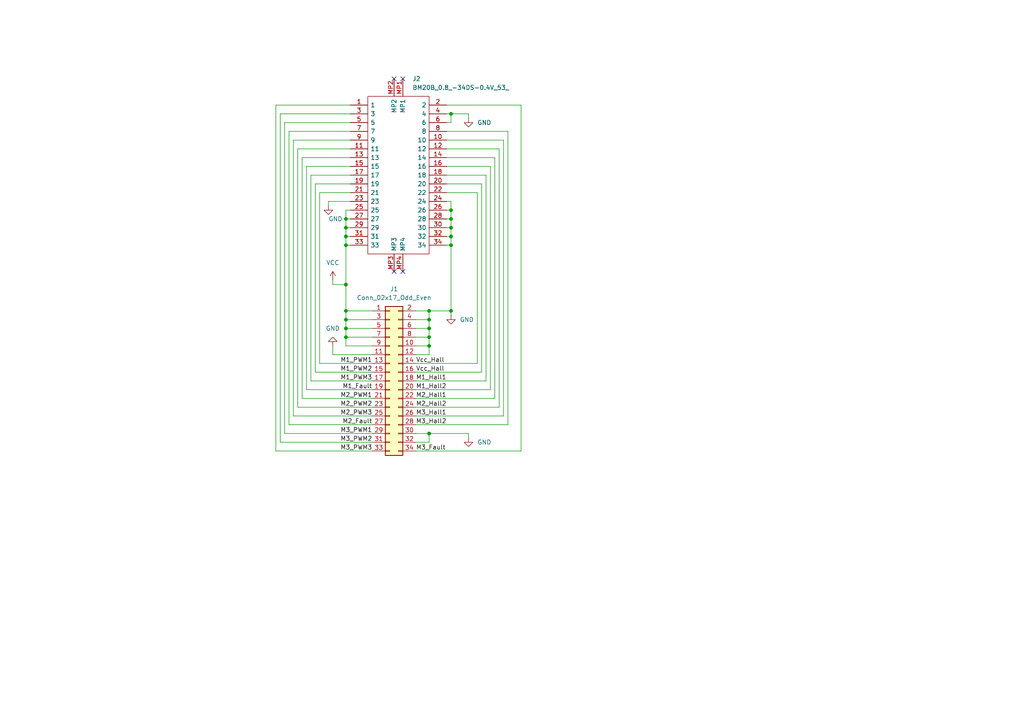
<source format=kicad_sch>
(kicad_sch (version 20211123) (generator eeschema)
  (paper "A4")
  (lib_symbols
    (symbol "Connector_Generic:Conn_02x17_Odd_Even" (pin_names (offset 1.016) hide)
      (property "Reference" "J" (at 1.27 22.86 0))
      (property "Value" "Conn_02x17_Odd_Even" (at 1.27 -22.86 0))
      (symbol "Conn_02x17_Odd_Even_1_1"
        (rectangle (start -1.27 -20.193) (end 0 -20.447) (stroke (width 0.1524)))
        (rectangle (start -1.27 -17.653) (end 0 -17.907) (stroke (width 0.1524)))
        (rectangle (start -1.27 -15.113) (end 0 -15.367) (stroke (width 0.1524)))
        (rectangle (start -1.27 -12.573) (end 0 -12.827) (stroke (width 0.1524)))
        (rectangle (start -1.27 -10.033) (end 0 -10.287) (stroke (width 0.1524)))
        (rectangle (start -1.27 -7.493) (end 0 -7.747) (stroke (width 0.1524)))
        (rectangle (start -1.27 -4.953) (end 0 -5.207) (stroke (width 0.1524)))
        (rectangle (start -1.27 -2.413) (end 0 -2.667) (stroke (width 0.1524)))
        (rectangle (start -1.27 0.127) (end 0 -0.127) (stroke (width 0.1524)))
        (rectangle (start -1.27 2.667) (end 0 2.413) (stroke (width 0.1524)))
        (rectangle (start -1.27 5.207) (end 0 4.953) (stroke (width 0.1524)))
        (rectangle (start -1.27 7.747) (end 0 7.493) (stroke (width 0.1524)))
        (rectangle (start -1.27 10.287) (end 0 10.033) (stroke (width 0.1524)))
        (rectangle (start -1.27 12.827) (end 0 12.573) (stroke (width 0.1524)))
        (rectangle (start -1.27 15.367) (end 0 15.113) (stroke (width 0.1524)))
        (rectangle (start -1.27 17.907) (end 0 17.653) (stroke (width 0.1524)))
        (rectangle (start -1.27 20.447) (end 0 20.193) (stroke (width 0.1524)))
        (rectangle (start -1.27 21.59) (end 3.81 -21.59) (stroke (width 0.254)) (fill (type background)))
        (rectangle (start 3.81 -20.193) (end 2.54 -20.447) (stroke (width 0.1524)))
        (rectangle (start 3.81 -17.653) (end 2.54 -17.907) (stroke (width 0.1524)))
        (rectangle (start 3.81 -15.113) (end 2.54 -15.367) (stroke (width 0.1524)))
        (rectangle (start 3.81 -12.573) (end 2.54 -12.827) (stroke (width 0.1524)))
        (rectangle (start 3.81 -10.033) (end 2.54 -10.287) (stroke (width 0.1524)))
        (rectangle (start 3.81 -7.493) (end 2.54 -7.747) (stroke (width 0.1524)))
        (rectangle (start 3.81 -4.953) (end 2.54 -5.207) (stroke (width 0.1524)))
        (rectangle (start 3.81 -2.413) (end 2.54 -2.667) (stroke (width 0.1524)))
        (rectangle (start 3.81 0.127) (end 2.54 -0.127) (stroke (width 0.1524)))
        (rectangle (start 3.81 2.667) (end 2.54 2.413) (stroke (width 0.1524)))
        (rectangle (start 3.81 5.207) (end 2.54 4.953) (stroke (width 0.1524)))
        (rectangle (start 3.81 7.747) (end 2.54 7.493) (stroke (width 0.1524)))
        (rectangle (start 3.81 10.287) (end 2.54 10.033) (stroke (width 0.1524)))
        (rectangle (start 3.81 12.827) (end 2.54 12.573) (stroke (width 0.1524)))
        (rectangle (start 3.81 15.367) (end 2.54 15.113) (stroke (width 0.1524)))
        (rectangle (start 3.81 17.907) (end 2.54 17.653) (stroke (width 0.1524)))
        (rectangle (start 3.81 20.447) (end 2.54 20.193) (stroke (width 0.1524)))
        (pin passive line (at -5.08 20.32 0) (length 3.81) (name "Pin_1") (number "1"))
        (pin passive line (at 7.62 10.16 180) (length 3.81) (name "Pin_10") (number "10"))
        (pin passive line (at -5.08 7.62 0) (length 3.81) (name "Pin_11") (number "11"))
        (pin passive line (at 7.62 7.62 180) (length 3.81) (name "Pin_12") (number "12"))
        (pin passive line (at -5.08 5.08 0) (length 3.81) (name "Pin_13") (number "13"))
        (pin passive line (at 7.62 5.08 180) (length 3.81) (name "Pin_14") (number "14"))
        (pin passive line (at -5.08 2.54 0) (length 3.81) (name "Pin_15") (number "15"))
        (pin passive line (at 7.62 2.54 180) (length 3.81) (name "Pin_16") (number "16"))
        (pin passive line (at -5.08 0 0) (length 3.81) (name "Pin_17") (number "17"))
        (pin passive line (at 7.62 0 180) (length 3.81) (name "Pin_18") (number "18"))
        (pin passive line (at -5.08 -2.54 0) (length 3.81) (name "Pin_19") (number "19"))
        (pin passive line (at 7.62 20.32 180) (length 3.81) (name "Pin_2") (number "2"))
        (pin passive line (at 7.62 -2.54 180) (length 3.81) (name "Pin_20") (number "20"))
        (pin passive line (at -5.08 -5.08 0) (length 3.81) (name "Pin_21") (number "21"))
        (pin passive line (at 7.62 -5.08 180) (length 3.81) (name "Pin_22") (number "22"))
        (pin passive line (at -5.08 -7.62 0) (length 3.81) (name "Pin_23") (number "23"))
        (pin passive line (at 7.62 -7.62 180) (length 3.81) (name "Pin_24") (number "24"))
        (pin passive line (at -5.08 -10.16 0) (length 3.81) (name "Pin_25") (number "25"))
        (pin passive line (at 7.62 -10.16 180) (length 3.81) (name "Pin_26") (number "26"))
        (pin passive line (at -5.08 -12.7 0) (length 3.81) (name "Pin_27") (number "27"))
        (pin passive line (at 7.62 -12.7 180) (length 3.81) (name "Pin_28") (number "28"))
        (pin passive line (at -5.08 -15.24 0) (length 3.81) (name "Pin_29") (number "29"))
        (pin passive line (at -5.08 17.78 0) (length 3.81) (name "Pin_3") (number "3"))
        (pin passive line (at 7.62 -15.24 180) (length 3.81) (name "Pin_30") (number "30"))
        (pin passive line (at -5.08 -17.78 0) (length 3.81) (name "Pin_31") (number "31"))
        (pin passive line (at 7.62 -17.78 180) (length 3.81) (name "Pin_32") (number "32"))
        (pin passive line (at -5.08 -20.32 0) (length 3.81) (name "Pin_33") (number "33"))
        (pin passive line (at 7.62 -20.32 180) (length 3.81) (name "Pin_34") (number "34"))
        (pin passive line (at 7.62 17.78 180) (length 3.81) (name "Pin_4") (number "4"))
        (pin passive line (at -5.08 15.24 0) (length 3.81) (name "Pin_5") (number "5"))
        (pin passive line (at 7.62 15.24 180) (length 3.81) (name "Pin_6") (number "6"))
        (pin passive line (at -5.08 12.7 0) (length 3.81) (name "Pin_7") (number "7"))
        (pin passive line (at 7.62 12.7 180) (length 3.81) (name "Pin_8") (number "8"))
        (pin passive line (at -5.08 10.16 0) (length 3.81) (name "Pin_9") (number "9"))
      )
    )
    (symbol "DJI_Gimbal:BM20B_0.8_-34DS-0.4V_53_" (pin_names (offset 0.762))
      (property "Reference" "J" (at 52.07 12.7 0))
      (property "Value" "BM20B_0.8_-34DS-0.4V_53_" (at 52.07 10.16 0))
      (symbol "BM20B_0.8_-34DS-0.4V_53__0_0"
        (pin passive line (at 7.62 -15.24 90) (length 5.08) (name "1") (number "1"))
        (pin passive line (at 17.78 12.7 270) (length 5.08) (name "10") (number "10"))
        (pin passive line (at 20.32 -15.24 90) (length 5.08) (name "11") (number "11"))
        (pin passive line (at 20.32 12.7 270) (length 5.08) (name "12") (number "12"))
        (pin passive line (at 22.86 -15.24 90) (length 5.08) (name "13") (number "13"))
        (pin passive line (at 22.86 12.7 270) (length 5.08) (name "14") (number "14"))
        (pin passive line (at 25.4 -15.24 90) (length 5.08) (name "15") (number "15"))
        (pin passive line (at 25.4 12.7 270) (length 5.08) (name "16") (number "16"))
        (pin passive line (at 27.94 -15.24 90) (length 5.08) (name "17") (number "17"))
        (pin passive line (at 27.94 12.7 270) (length 5.08) (name "18") (number "18"))
        (pin passive line (at 30.48 -15.24 90) (length 5.08) (name "19") (number "19"))
        (pin passive line (at 7.62 12.7 270) (length 5.08) (name "2") (number "2"))
        (pin passive line (at 30.48 12.7 270) (length 5.08) (name "20") (number "20"))
        (pin passive line (at 33.02 -15.24 90) (length 5.08) (name "21") (number "21"))
        (pin passive line (at 33.02 12.7 270) (length 5.08) (name "22") (number "22"))
        (pin passive line (at 35.56 -15.24 90) (length 5.08) (name "23") (number "23"))
        (pin passive line (at 35.56 12.7 270) (length 5.08) (name "24") (number "24"))
        (pin passive line (at 38.1 -15.24 90) (length 5.08) (name "25") (number "25"))
        (pin passive line (at 38.1 12.7 270) (length 5.08) (name "26") (number "26"))
        (pin passive line (at 40.64 -15.24 90) (length 5.08) (name "27") (number "27"))
        (pin passive line (at 40.64 12.7 270) (length 5.08) (name "28") (number "28"))
        (pin passive line (at 43.18 -15.24 90) (length 5.08) (name "29") (number "29"))
        (pin passive line (at 10.16 -15.24 90) (length 5.08) (name "3") (number "3"))
        (pin passive line (at 43.18 12.7 270) (length 5.08) (name "30") (number "30"))
        (pin passive line (at 45.72 -15.24 90) (length 5.08) (name "31") (number "31"))
        (pin passive line (at 45.72 12.7 270) (length 5.08) (name "32") (number "32"))
        (pin passive line (at 48.26 -15.24 90) (length 5.08) (name "33") (number "33"))
        (pin passive line (at 48.26 12.7 270) (length 5.08) (name "34") (number "34"))
        (pin passive line (at 10.16 12.7 270) (length 5.08) (name "4") (number "4"))
        (pin passive line (at 12.7 -15.24 90) (length 5.08) (name "5") (number "5"))
        (pin passive line (at 12.7 12.7 270) (length 5.08) (name "6") (number "6"))
        (pin passive line (at 15.24 -15.24 90) (length 5.08) (name "7") (number "7"))
        (pin passive line (at 15.24 12.7 270) (length 5.08) (name "8") (number "8"))
        (pin passive line (at 17.78 -15.24 90) (length 5.08) (name "9") (number "9"))
        (pin passive line (at 0 0 0) (length 5.08) (name "MP1") (number "MP1"))
        (pin passive line (at 0 -2.54 0) (length 5.08) (name "MP2") (number "MP2"))
        (pin passive line (at 55.88 -2.54 180) (length 5.08) (name "MP3") (number "MP3"))
        (pin passive line (at 55.88 0 180) (length 5.08) (name "MP4") (number "MP4"))
      )
      (symbol "BM20B_0.8_-34DS-0.4V_53__0_1"
        (polyline (pts (xy 5.08 7.62) (xy 50.8 7.62) (xy 50.8 -10.16) (xy 5.08 -10.16) (xy 5.08 7.62)) (stroke (width 0.1524)))
      )
    )
    (symbol "power:GND" (power) (pin_names (offset 0))
      (property "Value" "GND" (at 0 -3.81 0))
      (symbol "GND_0_1"
        (polyline (pts (xy 0 0) (xy 0 -1.27) (xy 1.27 -1.27) (xy 0 -2.54) (xy -1.27 -1.27) (xy 0 -1.27)))
      )
      (symbol "GND_1_1"
        (pin power_in line (at 0 0 270) (length 0) hide (name "GND") (number "1"))
      )
    )
    (symbol "power:VCC" (power) (pin_names (offset 0))
      (property "Value" "VCC" (at 0 3.81 0))
      (symbol "VCC_0_1"
        (polyline (pts (xy -0.762 1.27) (xy 0 2.54)))
        (polyline (pts (xy 0 0) (xy 0 2.54)))
        (polyline (pts (xy 0 2.54) (xy 0.762 1.27)))
      )
      (symbol "VCC_1_1"
        (pin power_in line (at 0 0 90) (length 0) hide (name "VCC") (number "1"))
      )
    )
  )
  (junction (at 130.81 63.5))
  (junction (at 100.33 90.17))
  (junction (at 124.46 95.25))
  (junction (at 130.81 71.12))
  (junction (at 100.33 66.04))
  (junction (at 100.33 63.5))
  (junction (at 124.46 97.79))
  (junction (at 100.33 68.58))
  (junction (at 124.46 92.71))
  (junction (at 100.33 82.55))
  (junction (at 130.81 33.02))
  (junction (at 124.46 90.17))
  (junction (at 130.81 60.96))
  (junction (at 100.33 97.79))
  (junction (at 100.33 92.71))
  (junction (at 130.81 68.58))
  (junction (at 124.46 125.73))
  (junction (at 100.33 95.25))
  (junction (at 130.81 90.17))
  (junction (at 124.46 100.33))
  (junction (at 130.81 66.04))
  (junction (at 100.33 71.12))
  (no_connect (at 116.84 22.86))
  (no_connect (at 114.3 22.86))
  (no_connect (at 114.3 78.74))
  (no_connect (at 116.84 78.74))
  (wire (pts (xy 96.52 81.28) (xy 96.52 82.55)))
  (wire (pts (xy 101.6 60.96) (xy 100.33 60.96)))
  (wire (pts (xy 138.43 55.88) (xy 138.43 105.41)))
  (wire (pts (xy 129.54 66.04) (xy 130.81 66.04)))
  (wire (pts (xy 80.01 130.81) (xy 107.95 130.81)))
  (wire (pts (xy 101.6 45.72) (xy 87.63 45.72)))
  (wire (pts (xy 124.46 125.73) (xy 135.89 125.73)))
  (wire (pts (xy 120.65 115.57) (xy 143.51 115.57)))
  (wire (pts (xy 142.24 113.03) (xy 142.24 48.26)))
  (wire (pts (xy 101.6 30.48) (xy 80.01 30.48)))
  (wire (pts (xy 151.13 30.48) (xy 151.13 130.81)))
  (wire (pts (xy 130.81 90.17) (xy 130.81 91.44)))
  (wire (pts (xy 88.9 48.26) (xy 101.6 48.26)))
  (wire (pts (xy 86.36 118.11) (xy 86.36 43.18)))
  (wire (pts (xy 142.24 48.26) (xy 129.54 48.26)))
  (wire (pts (xy 139.7 107.95) (xy 139.7 53.34)))
  (wire (pts (xy 130.81 71.12) (xy 129.54 71.12)))
  (wire (pts (xy 87.63 115.57) (xy 107.95 115.57)))
  (wire (pts (xy 124.46 90.17) (xy 124.46 92.71)))
  (wire (pts (xy 120.65 123.19) (xy 147.32 123.19)))
  (wire (pts (xy 100.33 66.04) (xy 100.33 68.58)))
  (wire (pts (xy 81.28 128.27) (xy 81.28 33.02)))
  (wire (pts (xy 95.25 58.42) (xy 101.6 58.42)))
  (wire (pts (xy 100.33 92.71) (xy 100.33 95.25)))
  (wire (pts (xy 130.81 33.02) (xy 130.81 35.56)))
  (wire (pts (xy 120.65 102.87) (xy 124.46 102.87)))
  (wire (pts (xy 129.54 55.88) (xy 138.43 55.88)))
  (wire (pts (xy 124.46 102.87) (xy 124.46 100.33)))
  (wire (pts (xy 82.55 125.73) (xy 107.95 125.73)))
  (wire (pts (xy 100.33 90.17) (xy 107.95 90.17)))
  (wire (pts (xy 100.33 82.55) (xy 100.33 90.17)))
  (wire (pts (xy 100.33 63.5) (xy 100.33 66.04)))
  (wire (pts (xy 92.71 105.41) (xy 107.95 105.41)))
  (wire (pts (xy 100.33 68.58) (xy 101.6 68.58)))
  (wire (pts (xy 120.65 97.79) (xy 124.46 97.79)))
  (wire (pts (xy 100.33 95.25) (xy 100.33 97.79)))
  (wire (pts (xy 91.44 53.34) (xy 101.6 53.34)))
  (wire (pts (xy 120.65 113.03) (xy 142.24 113.03)))
  (wire (pts (xy 130.81 63.5) (xy 130.81 66.04)))
  (wire (pts (xy 80.01 30.48) (xy 80.01 130.81)))
  (wire (pts (xy 96.52 100.33) (xy 96.52 102.87)))
  (wire (pts (xy 87.63 45.72) (xy 87.63 115.57)))
  (wire (pts (xy 88.9 113.03) (xy 88.9 48.26)))
  (wire (pts (xy 100.33 71.12) (xy 100.33 82.55)))
  (wire (pts (xy 129.54 40.64) (xy 146.05 40.64)))
  (wire (pts (xy 83.82 38.1) (xy 101.6 38.1)))
  (wire (pts (xy 135.89 34.29) (xy 135.89 33.02)))
  (wire (pts (xy 100.33 66.04) (xy 101.6 66.04)))
  (wire (pts (xy 147.32 38.1) (xy 129.54 38.1)))
  (wire (pts (xy 130.81 58.42) (xy 129.54 58.42)))
  (wire (pts (xy 83.82 123.19) (xy 83.82 38.1)))
  (wire (pts (xy 129.54 63.5) (xy 130.81 63.5)))
  (wire (pts (xy 130.81 68.58) (xy 130.81 71.12)))
  (wire (pts (xy 140.97 50.8) (xy 140.97 110.49)))
  (wire (pts (xy 107.95 113.03) (xy 88.9 113.03)))
  (wire (pts (xy 129.54 50.8) (xy 140.97 50.8)))
  (wire (pts (xy 82.55 35.56) (xy 82.55 125.73)))
  (wire (pts (xy 120.65 100.33) (xy 124.46 100.33)))
  (wire (pts (xy 100.33 90.17) (xy 100.33 92.71)))
  (wire (pts (xy 100.33 92.71) (xy 107.95 92.71)))
  (wire (pts (xy 135.89 33.02) (xy 130.81 33.02)))
  (wire (pts (xy 129.54 35.56) (xy 130.81 35.56)))
  (wire (pts (xy 143.51 45.72) (xy 143.51 115.57)))
  (wire (pts (xy 124.46 128.27) (xy 124.46 125.73)))
  (wire (pts (xy 124.46 90.17) (xy 130.81 90.17)))
  (wire (pts (xy 100.33 97.79) (xy 107.95 97.79)))
  (wire (pts (xy 96.52 82.55) (xy 100.33 82.55)))
  (wire (pts (xy 95.25 58.42) (xy 95.25 59.69)))
  (wire (pts (xy 120.65 128.27) (xy 124.46 128.27)))
  (wire (pts (xy 92.71 55.88) (xy 92.71 105.41)))
  (wire (pts (xy 124.46 95.25) (xy 124.46 97.79)))
  (wire (pts (xy 100.33 63.5) (xy 101.6 63.5)))
  (wire (pts (xy 85.09 120.65) (xy 107.95 120.65)))
  (wire (pts (xy 139.7 53.34) (xy 129.54 53.34)))
  (wire (pts (xy 100.33 68.58) (xy 100.33 71.12)))
  (wire (pts (xy 129.54 68.58) (xy 130.81 68.58)))
  (wire (pts (xy 135.89 127) (xy 135.89 125.73)))
  (wire (pts (xy 130.81 33.02) (xy 129.54 33.02)))
  (wire (pts (xy 100.33 100.33) (xy 107.95 100.33)))
  (wire (pts (xy 101.6 50.8) (xy 90.17 50.8)))
  (wire (pts (xy 130.81 71.12) (xy 130.81 90.17)))
  (wire (pts (xy 129.54 45.72) (xy 143.51 45.72)))
  (wire (pts (xy 144.78 43.18) (xy 129.54 43.18)))
  (wire (pts (xy 107.95 118.11) (xy 86.36 118.11)))
  (wire (pts (xy 100.33 60.96) (xy 100.33 63.5)))
  (wire (pts (xy 90.17 50.8) (xy 90.17 110.49)))
  (wire (pts (xy 101.6 55.88) (xy 92.71 55.88)))
  (wire (pts (xy 120.65 120.65) (xy 146.05 120.65)))
  (wire (pts (xy 120.65 95.25) (xy 124.46 95.25)))
  (wire (pts (xy 101.6 35.56) (xy 82.55 35.56)))
  (wire (pts (xy 107.95 128.27) (xy 81.28 128.27)))
  (wire (pts (xy 86.36 43.18) (xy 101.6 43.18)))
  (wire (pts (xy 120.65 105.41) (xy 138.43 105.41)))
  (wire (pts (xy 91.44 107.95) (xy 91.44 53.34)))
  (wire (pts (xy 100.33 95.25) (xy 107.95 95.25)))
  (wire (pts (xy 85.09 40.64) (xy 85.09 120.65)))
  (wire (pts (xy 120.65 92.71) (xy 124.46 92.71)))
  (wire (pts (xy 129.54 30.48) (xy 151.13 30.48)))
  (wire (pts (xy 130.81 58.42) (xy 130.81 60.96)))
  (wire (pts (xy 124.46 92.71) (xy 124.46 95.25)))
  (wire (pts (xy 129.54 60.96) (xy 130.81 60.96)))
  (wire (pts (xy 120.65 90.17) (xy 124.46 90.17)))
  (wire (pts (xy 107.95 123.19) (xy 83.82 123.19)))
  (wire (pts (xy 120.65 130.81) (xy 151.13 130.81)))
  (wire (pts (xy 124.46 97.79) (xy 124.46 100.33)))
  (wire (pts (xy 101.6 40.64) (xy 85.09 40.64)))
  (wire (pts (xy 130.81 66.04) (xy 130.81 68.58)))
  (wire (pts (xy 120.65 125.73) (xy 124.46 125.73)))
  (wire (pts (xy 120.65 118.11) (xy 144.78 118.11)))
  (wire (pts (xy 100.33 71.12) (xy 101.6 71.12)))
  (wire (pts (xy 120.65 110.49) (xy 140.97 110.49)))
  (wire (pts (xy 81.28 33.02) (xy 101.6 33.02)))
  (wire (pts (xy 107.95 107.95) (xy 91.44 107.95)))
  (wire (pts (xy 100.33 97.79) (xy 100.33 100.33)))
  (wire (pts (xy 146.05 40.64) (xy 146.05 120.65)))
  (wire (pts (xy 144.78 118.11) (xy 144.78 43.18)))
  (wire (pts (xy 130.81 60.96) (xy 130.81 63.5)))
  (wire (pts (xy 147.32 123.19) (xy 147.32 38.1)))
  (wire (pts (xy 120.65 107.95) (xy 139.7 107.95)))
  (wire (pts (xy 90.17 110.49) (xy 107.95 110.49)))
  (wire (pts (xy 107.95 102.87) (xy 96.52 102.87)))
  (label "Vcc_Hall" (at 120.65 107.95 0))
  (label "M2_Hall1" (at 120.65 115.57 0))
  (label "M2_PWM1" (at 107.95 115.57 180))
  (label "M3_Fault" (at 120.65 130.81 0))
  (label "M1_Fault" (at 107.95 113.03 180))
  (label "M3_Hall1" (at 120.65 120.65 0))
  (label "M1_PWM1" (at 107.95 105.41 180))
  (label "M1_PWM3" (at 107.95 110.49 180))
  (label "Vcc_Hall" (at 120.65 105.41 0))
  (label "M3_PWM3" (at 107.95 130.81 180))
  (label "M1_Hall2" (at 120.65 113.03 0))
  (label "M2_Fault" (at 107.95 123.19 180))
  (label "M1_PWM2" (at 107.95 107.95 180))
  (label "M2_PWM3" (at 107.95 120.65 180))
  (label "M1_Hall1" (at 120.65 110.49 0))
  (label "M3_PWM2" (at 107.95 128.27 180))
  (label "M3_PWM1" (at 107.95 125.73 180))
  (label "M2_PWM2" (at 107.95 118.11 180))
  (label "M3_Hall2" (at 120.65 123.19 0))
  (label "M2_Hall2" (at 120.65 118.11 0))
  (symbol (lib_id "power:GND") (at 135.89 34.29 0) (unit 1)
    (property "Reference" "#PWR0101" (effects hide))
    (property "Value" "GND" (at 138.43 35.5599 0) (effects (justify left)))
  )
  (symbol (lib_id "power:GND") (at 135.89 127 0) (unit 1)
    (property "Reference" "#PWR0106" (effects hide))
    (property "Value" "GND" (at 138.43 128.2699 0) (effects (justify left)))
  )
  (symbol (lib_id "DJI_Gimbal:BM20B_0.8_-34DS-0.4V_53_") (at 116.84 22.86 270) (unit 1)
    (property "Reference" "J2" (at 119.6087 22.86 90) (effects (justify left)))
    (property "Value" "BM20B_0.8_-34DS-0.4V_53_" (at 119.6087 25.4 90) (effects (justify left)))
    (property "Footprint" "DGI_Gimbal:BM20B0834DS04V53" (effects hide))
    (property "Datasheet" "https://www.hirose.com/en/product/document?clcode=CL0684-9020-0-53&productname=BM20B(0.8)-34DS-0.4V(53)&series=BM20&documenttype=2DDrawing&lang=en&documentid=0001372404" (effects hide))
    (property "Description" "Board to Board & Mezzanine Connectors 34P DR RCP B2B/B2FPC 0.8mm H 0.4mm P VSMT" (effects hide))
    (property "Height" "0.9" (effects hide))
    (property "Mouser Part Number" "798-BM20B0834DS04V53" (effects hide))
    (property "Mouser Price/Stock" "https://www.mouser.co.uk/ProductDetail/Hirose-Connector/BM20B08-34DS-04V53?qs=AAveGqk956HKBDZ2sUIWMg%3D%3D" (effects hide))
    (property "Manufacturer_Name" "Hirose" (effects hide))
    (property "Manufacturer_Part_Number" "BM20B(0.8)-34DS-0.4V(53)" (effects hide))
  )
  (symbol (lib_id "power:GND") (at 130.81 91.44 0) (unit 1)
    (property "Reference" "#PWR0105" (effects hide))
    (property "Value" "GND" (at 133.35 92.7099 0) (effects (justify left)))
  )
  (symbol (lib_id "power:GND") (at 95.25 59.69 0) (unit 1)
    (property "Reference" "#PWR0103" (effects hide))
    (property "Value" "GND" (at 95.25 63.5 0) (effects (justify left)))
  )
  (symbol (lib_id "power:VCC") (at 96.52 81.28 0) (unit 1)
    (property "Reference" "#PWR0104" (effects hide))
    (property "Value" "VCC" (at 96.52 76.2 0))
  )
  (symbol (lib_id "Connector_Generic:Conn_02x17_Odd_Even") (at 113.03 110.49 0) (unit 1)
    (property "Reference" "J1" (at 114.3 83.82 0))
    (property "Value" "Conn_02x17_Odd_Even" (at 114.3 86.36 0))
    (property "Footprint" "Connector_PinHeader_2.54mm:PinHeader_2x17_P2.54mm_Vertical" (effects hide))
  )
  (symbol (lib_id "power:GND") (at 96.52 100.33 180) (unit 1)
    (property "Reference" "#PWR0102" (effects hide))
    (property "Value" "GND" (at 96.52 95.25 0))
  )
)
</source>
